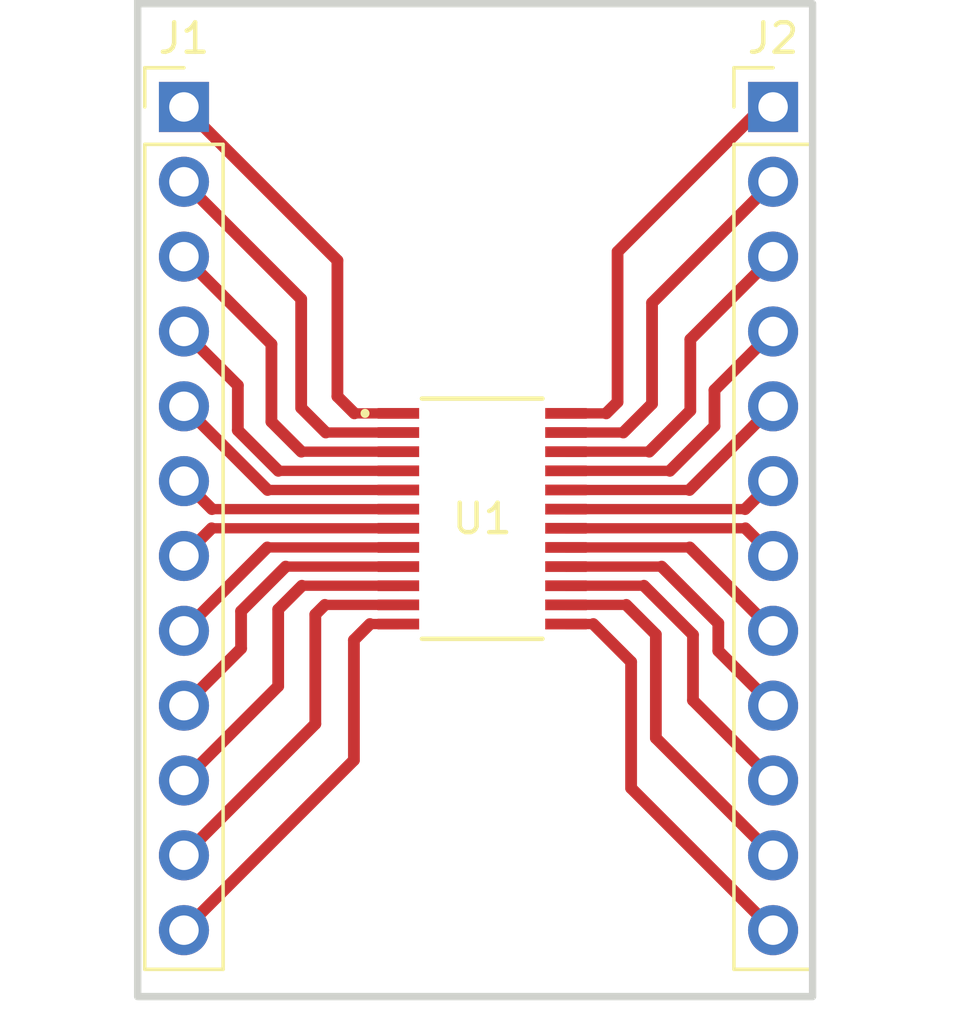
<source format=kicad_pcb>
(kicad_pcb (version 20221018) (generator pcbnew)
  (layers (0 "F.Cu" signal) (31 "B.Cu" signal) (34 "B.Paste" user) (35 "F.Paste" user) (36 "B.SilkS" user "B.Silkscreen") (37 "F.SilkS" user "F.Silkscreen") (38 "B.Mask" user) (39 "F.Mask" user) (44 "Edge.Cuts" user))
  (net 0 "")
  (net 1 "Net-(J1-Pin_1)")
  (net 2 "Net-(J1-Pin_2)")
  (net 3 "Net-(J1-Pin_3)")
  (net 4 "Net-(J1-Pin_4)")
  (net 5 "Net-(J1-Pin_5)")
  (net 6 "Net-(J1-Pin_6)")
  (net 7 "Net-(J1-Pin_7)")
  (net 8 "Net-(J1-Pin_8)")
  (net 9 "Net-(J1-Pin_9)")
  (net 10 "Net-(J1-Pin_10)")
  (net 11 "Net-(J1-Pin_11)")
  (net 12 "Net-(J1-Pin_12)")
  (net 13 "Net-(J2-Pin_1)")
  (net 14 "Net-(J2-Pin_2)")
  (net 15 "Net-(J2-Pin_3)")
  (net 16 "Net-(J2-Pin_4)")
  (net 17 "Net-(J2-Pin_5)")
  (net 18 "Net-(J2-Pin_6)")
  (net 19 "Net-(J2-Pin_7)")
  (net 20 "Net-(J2-Pin_8)")
  (net 21 "Net-(J2-Pin_9)")
  (net 22 "Net-(J2-Pin_10)")
  (net 23 "Net-(J2-Pin_11)")
  (net 24 "Net-(J2-Pin_12)")
  (footprint "footprints:MTC24_TEX" (layer "F.Cu") (at 119.1844 66.57)
    (fp_text reference "U1" (at 0 0 unlocked) (layer "F.SilkS"))
    (fp_text value "ADC1175CIMTC/NOPB")
    (fp_line (start -2.045591 4.0767) (end 2.045591 4.0767) (stroke (width 0.1524)) (layer "F.SilkS"))
    (fp_line (start 2.045591 -4.0767) (end -2.045591 -4.0767) (stroke (width 0.1524)) (layer "F.SilkS"))
    (fp_circle (center -3.976999 -3.575) (end -3.900799 -3.575) (stroke (width 0.1524)) (fill none) (layer "F.SilkS"))
    (pad "1" smd rect (at -2.8448 -3.574999) (size 1.411198 0.3648) (layers "F.Cu" "F.Paste" "F.Mask") (net 1 "Net-(J1-Pin_1)"))
    (pad "2" smd rect (at -2.8448 -2.925) (size 1.411198 0.3648) (layers "F.Cu" "F.Paste" "F.Mask") (net 2 "Net-(J1-Pin_2)"))
    (pad "3" smd rect (at -2.8448 -2.275002) (size 1.411198 0.3648) (layers "F.Cu" "F.Paste" "F.Mask") (net 3 "Net-(J1-Pin_3)"))
    (pad "4" smd rect (at -2.8448 -1.625001) (size 1.411198 0.3648) (layers "F.Cu" "F.Paste" "F.Mask") (net 4 "Net-(J1-Pin_4)"))
    (pad "5" smd rect (at -2.8448 -0.975002) (size 1.411198 0.3648) (layers "F.Cu" "F.Paste" "F.Mask") (net 5 "Net-(J1-Pin_5)"))
    (pad "6" smd rect (at -2.8448 -0.325001) (size 1.411198 0.3648) (layers "F.Cu" "F.Paste" "F.Mask") (net 6 "Net-(J1-Pin_6)"))
    (pad "7" smd rect (at -2.8448 0.324998) (size 1.411198 0.3648) (layers "F.Cu" "F.Paste" "F.Mask") (net 7 "Net-(J1-Pin_7)"))
    (pad "8" smd rect (at -2.8448 0.974999) (size 1.411198 0.3648) (layers "F.Cu" "F.Paste" "F.Mask") (net 8 "Net-(J1-Pin_8)"))
    (pad "9" smd rect (at -2.8448 1.624998) (size 1.411198 0.3648) (layers "F.Cu" "F.Paste" "F.Mask") (net 9 "Net-(J1-Pin_9)"))
    (pad "10" smd rect (at -2.8448 2.274999) (size 1.411198 0.3648) (layers "F.Cu" "F.Paste" "F.Mask") (net 10 "Net-(J1-Pin_10)"))
    (pad "11" smd rect (at -2.8448 2.924998) (size 1.411198 0.3648) (layers "F.Cu" "F.Paste" "F.Mask") (net 11 "Net-(J1-Pin_11)"))
    (pad "12" smd rect (at -2.8448 3.574999) (size 1.411198 0.3648) (layers "F.Cu" "F.Paste" "F.Mask") (net 12 "Net-(J1-Pin_12)"))
    (pad "13" smd rect (at 2.8448 3.574999) (size 1.411198 0.3648) (layers "F.Cu" "F.Paste" "F.Mask") (net 24 "Net-(J2-Pin_12)"))
    (pad "14" smd rect (at 2.8448 2.925) (size 1.411198 0.3648) (layers "F.Cu" "F.Paste" "F.Mask") (net 23 "Net-(J2-Pin_11)"))
    (pad "15" smd rect (at 2.8448 2.274999) (size 1.411198 0.3648) (layers "F.Cu" "F.Paste" "F.Mask") (net 22 "Net-(J2-Pin_10)"))
    (pad "16" smd rect (at 2.8448 1.625001) (size 1.411198 0.3648) (layers "F.Cu" "F.Paste" "F.Mask") (net 21 "Net-(J2-Pin_9)"))
    (pad "17" smd rect (at 2.8448 0.974999) (size 1.411198 0.3648) (layers "F.Cu" "F.Paste" "F.Mask") (net 20 "Net-(J2-Pin_8)"))
    (pad "18" smd rect (at 2.8448 0.325001) (size 1.411198 0.3648) (layers "F.Cu" "F.Paste" "F.Mask") (net 19 "Net-(J2-Pin_7)"))
    (pad "19" smd rect (at 2.8448 -0.324998) (size 1.411198 0.3648) (layers "F.Cu" "F.Paste" "F.Mask") (net 18 "Net-(J2-Pin_6)"))
    (pad "20" smd rect (at 2.8448 -0.974999) (size 1.411198 0.3648) (layers "F.Cu" "F.Paste" "F.Mask") (net 17 "Net-(J2-Pin_5)"))
    (pad "21" smd rect (at 2.8448 -1.624998) (size 1.411198 0.3648) (layers "F.Cu" "F.Paste" "F.Mask") (net 16 "Net-(J2-Pin_4)"))
    (pad "22" smd rect (at 2.8448 -2.274999) (size 1.411198 0.3648) (layers "F.Cu" "F.Paste" "F.Mask") (net 15 "Net-(J2-Pin_3)"))
    (pad "23" smd rect (at 2.8448 -2.924998) (size 1.411198 0.3648) (layers "F.Cu" "F.Paste" "F.Mask") (net 14 "Net-(J2-Pin_2)"))
    (pad "24" smd rect (at 2.8448 -3.574999) (size 1.411198 0.3648) (layers "F.Cu" "F.Paste" "F.Mask") (net 13 "Net-(J2-Pin_1)"))
  )
  (footprint "Connector_PinHeader_2.54mm:PinHeader_1x12_P2.54mm_Vertical" (layer "F.Cu") (at 129.06 52.595)
    (fp_text reference "J2" (at 0 -2.33) (layer "F.SilkS"))
    (fp_text value "Conn_01x12_Pin")
    (fp_line (start -1.33 -1.33) (end 0 -1.33) (stroke (width 0.12)) (layer "F.SilkS"))
    (fp_line (start -1.33 0) (end -1.33 -1.33) (stroke (width 0.12)) (layer "F.SilkS"))
    (fp_line (start -1.33 1.27) (end -1.33 29.27) (stroke (width 0.12)) (layer "F.SilkS"))
    (fp_line (start -1.33 1.27) (end 1.33 1.27) (stroke (width 0.12)) (layer "F.SilkS"))
    (fp_line (start -1.33 29.27) (end 1.33 29.27) (stroke (width 0.12)) (layer "F.SilkS"))
    (fp_line (start 1.33 1.27) (end 1.33 29.27) (stroke (width 0.12)) (layer "F.SilkS"))
    (pad "1" thru_hole rect (at 0 0) (size 1.7 1.7) (drill 1) (layers "*.Cu" "*.Mask") (net 13 "Net-(J2-Pin_1)"))
    (pad "2" thru_hole oval (at 0 2.54) (size 1.7 1.7) (drill 1) (layers "*.Cu" "*.Mask") (net 14 "Net-(J2-Pin_2)"))
    (pad "3" thru_hole oval (at 0 5.08) (size 1.7 1.7) (drill 1) (layers "*.Cu" "*.Mask") (net 15 "Net-(J2-Pin_3)"))
    (pad "4" thru_hole oval (at 0 7.62) (size 1.7 1.7) (drill 1) (layers "*.Cu" "*.Mask") (net 16 "Net-(J2-Pin_4)"))
    (pad "5" thru_hole oval (at 0 10.16) (size 1.7 1.7) (drill 1) (layers "*.Cu" "*.Mask") (net 17 "Net-(J2-Pin_5)"))
    (pad "6" thru_hole oval (at 0 12.7) (size 1.7 1.7) (drill 1) (layers "*.Cu" "*.Mask") (net 18 "Net-(J2-Pin_6)"))
    (pad "7" thru_hole oval (at 0 15.24) (size 1.7 1.7) (drill 1) (layers "*.Cu" "*.Mask") (net 19 "Net-(J2-Pin_7)"))
    (pad "8" thru_hole oval (at 0 17.78) (size 1.7 1.7) (drill 1) (layers "*.Cu" "*.Mask") (net 20 "Net-(J2-Pin_8)"))
    (pad "9" thru_hole oval (at 0 20.32) (size 1.7 1.7) (drill 1) (layers "*.Cu" "*.Mask") (net 21 "Net-(J2-Pin_9)"))
    (pad "10" thru_hole oval (at 0 22.86) (size 1.7 1.7) (drill 1) (layers "*.Cu" "*.Mask") (net 22 "Net-(J2-Pin_10)"))
    (pad "11" thru_hole oval (at 0 25.4) (size 1.7 1.7) (drill 1) (layers "*.Cu" "*.Mask") (net 23 "Net-(J2-Pin_11)"))
    (pad "12" thru_hole oval (at 0 27.94) (size 1.7 1.7) (drill 1) (layers "*.Cu" "*.Mask") (net 24 "Net-(J2-Pin_12)"))
  )
  (footprint "Connector_PinHeader_2.54mm:PinHeader_1x12_P2.54mm_Vertical" (layer "F.Cu") (at 109.06 52.595)
    (fp_text reference "J1" (at 0 -2.33) (layer "F.SilkS"))
    (fp_text value "Conn_01x12_Pin")
    (fp_line (start -1.33 -1.33) (end 0 -1.33) (stroke (width 0.12)) (layer "F.SilkS"))
    (fp_line (start -1.33 0) (end -1.33 -1.33) (stroke (width 0.12)) (layer "F.SilkS"))
    (fp_line (start -1.33 1.27) (end -1.33 29.27) (stroke (width 0.12)) (layer "F.SilkS"))
    (fp_line (start -1.33 1.27) (end 1.33 1.27) (stroke (width 0.12)) (layer "F.SilkS"))
    (fp_line (start -1.33 29.27) (end 1.33 29.27) (stroke (width 0.12)) (layer "F.SilkS"))
    (fp_line (start 1.33 1.27) (end 1.33 29.27) (stroke (width 0.12)) (layer "F.SilkS"))
    (pad "1" thru_hole rect (at 0 0) (size 1.7 1.7) (drill 1) (layers "*.Cu" "*.Mask") (net 1 "Net-(J1-Pin_1)"))
    (pad "2" thru_hole oval (at 0 2.54) (size 1.7 1.7) (drill 1) (layers "*.Cu" "*.Mask") (net 2 "Net-(J1-Pin_2)"))
    (pad "3" thru_hole oval (at 0 5.08) (size 1.7 1.7) (drill 1) (layers "*.Cu" "*.Mask") (net 3 "Net-(J1-Pin_3)"))
    (pad "4" thru_hole oval (at 0 7.62) (size 1.7 1.7) (drill 1) (layers "*.Cu" "*.Mask") (net 4 "Net-(J1-Pin_4)"))
    (pad "5" thru_hole oval (at 0 10.16) (size 1.7 1.7) (drill 1) (layers "*.Cu" "*.Mask") (net 5 "Net-(J1-Pin_5)"))
    (pad "6" thru_hole oval (at 0 12.7) (size 1.7 1.7) (drill 1) (layers "*.Cu" "*.Mask") (net 6 "Net-(J1-Pin_6)"))
    (pad "7" thru_hole oval (at 0 15.24) (size 1.7 1.7) (drill 1) (layers "*.Cu" "*.Mask") (net 7 "Net-(J1-Pin_7)"))
    (pad "8" thru_hole oval (at 0 17.78) (size 1.7 1.7) (drill 1) (layers "*.Cu" "*.Mask") (net 8 "Net-(J1-Pin_8)"))
    (pad "9" thru_hole oval (at 0 20.32) (size 1.7 1.7) (drill 1) (layers "*.Cu" "*.Mask") (net 9 "Net-(J1-Pin_9)"))
    (pad "10" thru_hole oval (at 0 22.86) (size 1.7 1.7) (drill 1) (layers "*.Cu" "*.Mask") (net 10 "Net-(J1-Pin_10)"))
    (pad "11" thru_hole oval (at 0 25.4) (size 1.7 1.7) (drill 1) (layers "*.Cu" "*.Mask") (net 11 "Net-(J1-Pin_11)"))
    (pad "12" thru_hole oval (at 0 27.94) (size 1.7 1.7) (drill 1) (layers "*.Cu" "*.Mask") (net 12 "Net-(J1-Pin_12)"))
  )
  (gr_rect (start 107.49 49.09) (end 130.4 82.79) (stroke (width 0.25)) (fill none) (layer "Edge.Cuts"))
  (segment (start 116.3396 62.995001) (end 114.845001 62.995001) (width 0.35) (layer "F.Cu") (net 1))
  (segment (start 114.27 62.42) (end 114.27 57.805) (width 0.4) (layer "F.Cu") (net 1))
  (segment (start 114.27 57.805) (end 109.06 52.595) (width 0.4) (layer "F.Cu") (net 1))
  (segment (start 114.845001 62.995001) (end 114.27 62.42) (width 0.4) (layer "F.Cu") (net 1))
  (segment (start 113.04 62.81) (end 113.04 59.115) (width 0.4) (layer "F.Cu") (net 2))
  (segment (start 116.3396 63.645) (end 113.875 63.645) (width 0.35) (layer "F.Cu") (net 2))
  (segment (start 113.04 59.115) (end 109.06 55.135) (width 0.4) (layer "F.Cu") (net 2))
  (segment (start 113.875 63.645) (end 113.04 62.81) (width 0.4) (layer "F.Cu") (net 2))
  (segment (start 116.3396 64.294998) (end 113.044998 64.294998) (width 0.35) (layer "F.Cu") (net 3))
  (segment (start 112.03 63.28) (end 112.03 60.645) (width 0.4) (layer "F.Cu") (net 3))
  (segment (start 113.044998 64.294998) (end 112.03 63.28) (width 0.4) (layer "F.Cu") (net 3))
  (segment (start 112.03 60.645) (end 109.06 57.675) (width 0.4) (layer "F.Cu") (net 3))
  (segment (start 112.264999 64.944999) (end 116.3396 64.944999) (width 0.35) (layer "F.Cu") (net 4))
  (segment (start 110.89 63.57) (end 112.264999 64.944999) (width 0.4) (layer "F.Cu") (net 4))
  (segment (start 110.89 62.045) (end 110.89 63.57) (width 0.4) (layer "F.Cu") (net 4))
  (segment (start 109.06 60.215) (end 110.89 62.045) (width 0.4) (layer "F.Cu") (net 4))
  (segment (start 111.899998 65.594998) (end 109.06 62.755) (width 0.4) (layer "F.Cu") (net 5))
  (segment (start 116.3396 65.594998) (end 111.899998 65.594998) (width 0.35) (layer "F.Cu") (net 5))
  (segment (start 116.3396 66.244999) (end 110.009999 66.244999) (width 0.35) (layer "F.Cu") (net 6))
  (segment (start 110.009999 66.244999) (end 109.06 65.295) (width 0.4) (layer "F.Cu") (net 6))
  (segment (start 116.3396 66.894998) (end 110.000002 66.894998) (width 0.35) (layer "F.Cu") (net 7))
  (segment (start 110.000002 66.894998) (end 109.06 67.835) (width 0.4) (layer "F.Cu") (net 7))
  (segment (start 116.3396 67.544999) (end 111.890001 67.544999) (width 0.35) (layer "F.Cu") (net 8))
  (segment (start 111.890001 67.544999) (end 109.06 70.375) (width 0.4) (layer "F.Cu") (net 8))
  (segment (start 112.515002 68.194998) (end 111 69.71) (width 0.4) (layer "F.Cu") (net 9))
  (segment (start 111 70.975) (end 109.06 72.915) (width 0.4) (layer "F.Cu") (net 9))
  (segment (start 111 69.71) (end 111 70.975) (width 0.4) (layer "F.Cu") (net 9))
  (segment (start 116.3396 68.194998) (end 112.515002 68.194998) (width 0.35) (layer "F.Cu") (net 9))
  (segment (start 112.26 69.65) (end 112.26 72.255) (width 0.4) (layer "F.Cu") (net 10))
  (segment (start 116.3396 68.844999) (end 113.065001 68.844999) (width 0.35) (layer "F.Cu") (net 10))
  (segment (start 113.065001 68.844999) (end 112.26 69.65) (width 0.4) (layer "F.Cu") (net 10))
  (segment (start 112.26 72.255) (end 109.06 75.455) (width 0.4) (layer "F.Cu") (net 10))
  (segment (start 116.3396 69.494998) (end 113.845002 69.494998) (width 0.35) (layer "F.Cu") (net 11))
  (segment (start 113.52 73.535) (end 109.06 77.995) (width 0.4) (layer "F.Cu") (net 11))
  (segment (start 113.845002 69.494998) (end 113.52 69.82) (width 0.4) (layer "F.Cu") (net 11))
  (segment (start 113.52 69.82) (end 113.52 73.535) (width 0.4) (layer "F.Cu") (net 11))
  (segment (start 114.83 74.765) (end 109.06 80.535) (width 0.4) (layer "F.Cu") (net 12))
  (segment (start 114.83 70.69) (end 114.83 74.765) (width 0.4) (layer "F.Cu") (net 12))
  (segment (start 115.375001 70.144999) (end 114.83 70.69) (width 0.4) (layer "F.Cu") (net 12))
  (segment (start 116.3396 70.144999) (end 115.375001 70.144999) (width 0.35) (layer "F.Cu") (net 12))
  (segment (start 123.78 62.61) (end 123.78 57.51) (width 0.4) (layer "F.Cu") (net 13))
  (segment (start 122.0292 62.995001) (end 123.394999 62.995001) (width 0.35) (layer "F.Cu") (net 13))
  (segment (start 123.78 57.51) (end 128.695 52.595) (width 0.4) (layer "F.Cu") (net 13))
  (segment (start 123.394999 62.995001) (end 123.78 62.61) (width 0.4) (layer "F.Cu") (net 13))
  (segment (start 128.695 52.595) (end 129.06 52.595) (width 0.4) (layer "F.Cu") (net 13))
  (segment (start 122.0292 63.645002) (end 123.974998 63.645002) (width 0.35) (layer "F.Cu") (net 14))
  (segment (start 123.974998 63.645002) (end 124.95 62.67) (width 0.4) (layer "F.Cu") (net 14))
  (segment (start 124.95 59.245) (end 129.06 55.135) (width 0.4) (layer "F.Cu") (net 14))
  (segment (start 124.95 62.67) (end 124.95 59.245) (width 0.4) (layer "F.Cu") (net 14))
  (segment (start 124.854999 64.295001) (end 126.25 62.9) (width 0.4) (layer "F.Cu") (net 15))
  (segment (start 126.25 60.485) (end 129.06 57.675) (width 0.4) (layer "F.Cu") (net 15))
  (segment (start 122.0292 64.295001) (end 124.854999 64.295001) (width 0.35) (layer "F.Cu") (net 15))
  (segment (start 126.25 62.9) (end 126.25 60.485) (width 0.4) (layer "F.Cu") (net 15))
  (segment (start 127.07 63.43) (end 127.07 62.205) (width 0.4) (layer "F.Cu") (net 16))
  (segment (start 127.07 62.205) (end 129.06 60.215) (width 0.4) (layer "F.Cu") (net 16))
  (segment (start 125.554998 64.945002) (end 127.07 63.43) (width 0.4) (layer "F.Cu") (net 16))
  (segment (start 122.0292 64.945002) (end 125.554998 64.945002) (width 0.35) (layer "F.Cu") (net 16))
  (segment (start 126.219999 65.595001) (end 129.06 62.755) (width 0.4) (layer "F.Cu") (net 17))
  (segment (start 122.0292 65.595001) (end 126.219999 65.595001) (width 0.35) (layer "F.Cu") (net 17))
  (segment (start 122.0292 66.245002) (end 128.109998 66.245002) (width 0.35) (layer "F.Cu") (net 18))
  (segment (start 128.109998 66.245002) (end 129.06 65.295) (width 0.4) (layer "F.Cu") (net 18))
  (segment (start 122.0292 66.895001) (end 128.120001 66.895001) (width 0.35) (layer "F.Cu") (net 19))
  (segment (start 128.120001 66.895001) (end 129.06 67.835) (width 0.4) (layer "F.Cu") (net 19))
  (segment (start 122.0292 67.544999) (end 126.229999 67.544999) (width 0.35) (layer "F.Cu") (net 20))
  (segment (start 126.229999 67.544999) (end 129.06 70.375) (width 0.4) (layer "F.Cu") (net 20))
  (segment (start 127.2 71.055) (end 129.06 72.915) (width 0.4) (layer "F.Cu") (net 21))
  (segment (start 125.275001 68.195001) (end 127.2 70.12) (width 0.4) (layer "F.Cu") (net 21))
  (segment (start 122.0292 68.195001) (end 125.275001 68.195001) (width 0.35) (layer "F.Cu") (net 21))
  (segment (start 127.2 70.12) (end 127.2 71.055) (width 0.4) (layer "F.Cu") (net 21))
  (segment (start 126.34 70.51) (end 126.34 72.735) (width 0.4) (layer "F.Cu") (net 22))
  (segment (start 122.0292 68.844999) (end 124.674999 68.844999) (width 0.35) (layer "F.Cu") (net 22))
  (segment (start 126.34 72.735) (end 129.06 75.455) (width 0.4) (layer "F.Cu") (net 22))
  (segment (start 124.674999 68.844999) (end 126.34 70.51) (width 0.4) (layer "F.Cu") (net 22))
  (segment (start 125.08 74.015) (end 129.06 77.995) (width 0.4) (layer "F.Cu") (net 23))
  (segment (start 125.08 70.5) (end 125.08 74.015) (width 0.4) (layer "F.Cu") (net 23))
  (segment (start 122.0292 69.495) (end 124.075 69.495) (width 0.35) (layer "F.Cu") (net 23))
  (segment (start 124.075 69.495) (end 125.08 70.5) (width 0.4) (layer "F.Cu") (net 23))
  (segment (start 122.954999 70.144999) (end 124.24 71.43) (width 0.4) (layer "F.Cu") (net 24))
  (segment (start 122.0292 70.144999) (end 122.954999 70.144999) (width 0.35) (layer "F.Cu") (net 24))
  (segment (start 124.24 71.43) (end 124.24 75.715) (width 0.4) (layer "F.Cu") (net 24))
  (segment (start 124.24 75.715) (end 129.06 80.535) (width 0.4) (layer "F.Cu") (net 24))
)
</source>
